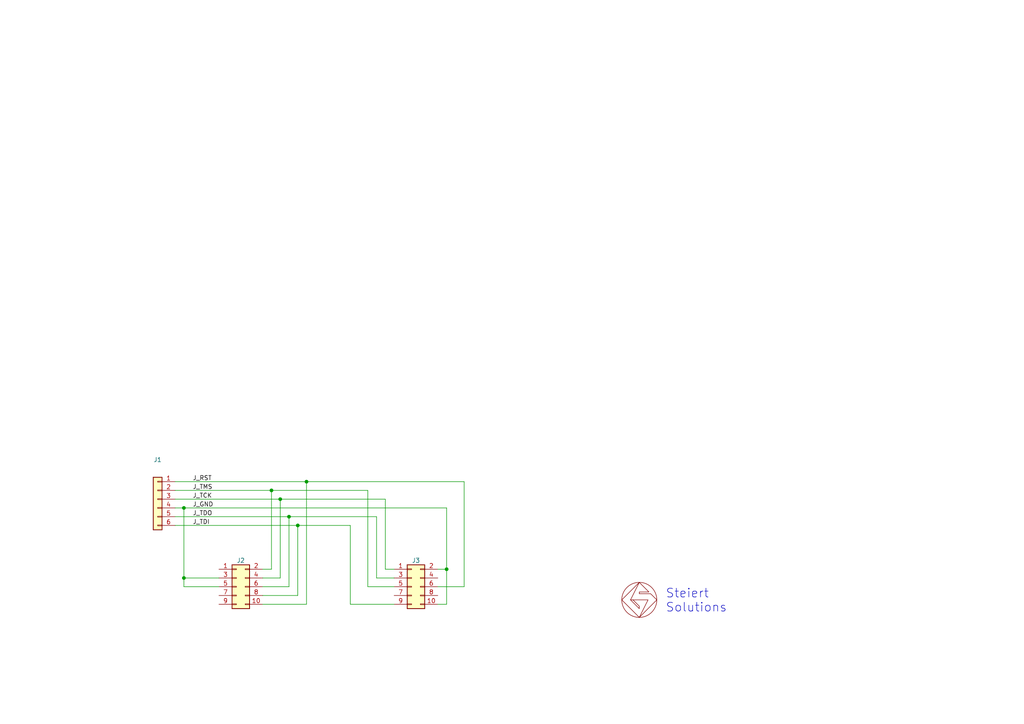
<source format=kicad_sch>
(kicad_sch (version 20230121) (generator eeschema)
  (paper "A4")
  (lib_symbols
    (symbol "Connector_Generic:Conn_01x06" (pin_names (offset 1.016) hide)
      (property "Reference" "J" (at 0 7.62 0))
      (property "Value" "Conn_01x06" (at 0 -10.16 0))
      (symbol "Conn_01x06_1_1"
        (rectangle (start -1.27 -7.493) (end 0 -7.747) (stroke (width 0.1524)))
        (rectangle (start -1.27 -4.953) (end 0 -5.207) (stroke (width 0.1524)))
        (rectangle (start -1.27 -2.413) (end 0 -2.667) (stroke (width 0.1524)))
        (rectangle (start -1.27 0.127) (end 0 -0.127) (stroke (width 0.1524)))
        (rectangle (start -1.27 2.667) (end 0 2.413) (stroke (width 0.1524)))
        (rectangle (start -1.27 5.207) (end 0 4.953) (stroke (width 0.1524)))
        (rectangle (start -1.27 6.35) (end 1.27 -8.89) (stroke (width 0.254)) (fill (type background)))
        (pin passive line (at -5.08 5.08 0) (length 3.81) (name "Pin_1") (number "1"))
        (pin passive line (at -5.08 2.54 0) (length 3.81) (name "Pin_2") (number "2"))
        (pin passive line (at -5.08 0 0) (length 3.81) (name "Pin_3") (number "3"))
        (pin passive line (at -5.08 -2.54 0) (length 3.81) (name "Pin_4") (number "4"))
        (pin passive line (at -5.08 -5.08 0) (length 3.81) (name "Pin_5") (number "5"))
        (pin passive line (at -5.08 -7.62 0) (length 3.81) (name "Pin_6") (number "6"))
      )
    )
    (symbol "Connector_Generic:Conn_02x05_Odd_Even" (pin_names (offset 1.016) hide)
      (property "Reference" "J" (at 1.27 7.62 0))
      (property "Value" "Conn_02x05_Odd_Even" (at 1.27 -7.62 0))
      (symbol "Conn_02x05_Odd_Even_1_1"
        (rectangle (start -1.27 -4.953) (end 0 -5.207) (stroke (width 0.1524)))
        (rectangle (start -1.27 -2.413) (end 0 -2.667) (stroke (width 0.1524)))
        (rectangle (start -1.27 0.127) (end 0 -0.127) (stroke (width 0.1524)))
        (rectangle (start -1.27 2.667) (end 0 2.413) (stroke (width 0.1524)))
        (rectangle (start -1.27 5.207) (end 0 4.953) (stroke (width 0.1524)))
        (rectangle (start -1.27 6.35) (end 3.81 -6.35) (stroke (width 0.254)) (fill (type background)))
        (rectangle (start 3.81 -4.953) (end 2.54 -5.207) (stroke (width 0.1524)))
        (rectangle (start 3.81 -2.413) (end 2.54 -2.667) (stroke (width 0.1524)))
        (rectangle (start 3.81 0.127) (end 2.54 -0.127) (stroke (width 0.1524)))
        (rectangle (start 3.81 2.667) (end 2.54 2.413) (stroke (width 0.1524)))
        (rectangle (start 3.81 5.207) (end 2.54 4.953) (stroke (width 0.1524)))
        (pin passive line (at -5.08 5.08 0) (length 3.81) (name "Pin_1") (number "1"))
        (pin passive line (at 7.62 -5.08 180) (length 3.81) (name "Pin_10") (number "10"))
        (pin passive line (at 7.62 5.08 180) (length 3.81) (name "Pin_2") (number "2"))
        (pin passive line (at -5.08 2.54 0) (length 3.81) (name "Pin_3") (number "3"))
        (pin passive line (at 7.62 2.54 180) (length 3.81) (name "Pin_4") (number "4"))
        (pin passive line (at -5.08 0 0) (length 3.81) (name "Pin_5") (number "5"))
        (pin passive line (at 7.62 0 180) (length 3.81) (name "Pin_6") (number "6"))
        (pin passive line (at -5.08 -2.54 0) (length 3.81) (name "Pin_7") (number "7"))
        (pin passive line (at 7.62 -2.54 180) (length 3.81) (name "Pin_8") (number "8"))
        (pin passive line (at -5.08 -5.08 0) (length 3.81) (name "Pin_9") (number "9"))
      )
    )
    (symbol "nfc-tst-rescue:GS_logo-custom" (pin_numbers hide) (pin_names (offset 0) hide)
      (symbol "GS_logo-custom_0_1"
        (polyline (pts (xy 0 -5.08) (xy 5.08 0)))
        (polyline (pts (xy -2.54 0) (xy 0 -2.54) (xy 0 -1.8288) (xy -1.8288 0)))
        (polyline (pts (xy 0 5.08) (xy -5.08 0) (xy 0 -5.08) (xy 2.54 0) (xy -2.54 0) (xy 0 5.08)))
        (polyline (pts (xy 5.08 0) (xy 3.302 1.778) (xy 0 1.778) (xy 0 2.286) (xy 2.794 2.286) (xy 0 5.08)))
        (circle (center 0 0) (radius 5.08))
      )
      (symbol "GS_logo-custom_1_1"
        (pin unspecified line (at 0 0 90) (length 0) hide (name "GS") (number "1"))
      )
    )
  )
  (junction (at 53.34 147.32))
  (junction (at 86.36 152.4))
  (junction (at 83.82 149.86))
  (junction (at 53.34 167.64))
  (junction (at 88.9 139.7))
  (junction (at 78.74 142.24))
  (junction (at 81.28 144.78))
  (junction (at 129.54 165.1))
  (wire (pts (xy 50.8 149.86) (xy 83.82 149.86)))
  (wire (pts (xy 109.22 167.64) (xy 109.22 149.86)))
  (wire (pts (xy 114.3 167.64) (xy 109.22 167.64)))
  (wire (pts (xy 114.3 170.18) (xy 106.68 170.18)))
  (wire (pts (xy 114.3 175.26) (xy 101.6 175.26)))
  (wire (pts (xy 50.8 139.7) (xy 88.9 139.7)))
  (wire (pts (xy 114.3 165.1) (xy 111.76 165.1)))
  (wire (pts (xy 129.54 175.26) (xy 129.54 165.1)))
  (wire (pts (xy 86.36 172.72) (xy 86.36 152.4)))
  (wire (pts (xy 109.22 149.86) (xy 83.82 149.86)))
  (wire (pts (xy 106.68 170.18) (xy 106.68 142.24)))
  (wire (pts (xy 129.54 165.1) (xy 129.54 147.32)))
  (wire (pts (xy 50.8 144.78) (xy 81.28 144.78)))
  (wire (pts (xy 101.6 152.4) (xy 86.36 152.4)))
  (wire (pts (xy 76.2 165.1) (xy 78.74 165.1)))
  (wire (pts (xy 50.8 142.24) (xy 78.74 142.24)))
  (wire (pts (xy 53.34 170.18) (xy 53.34 167.64)))
  (wire (pts (xy 53.34 147.32) (xy 129.54 147.32)))
  (wire (pts (xy 76.2 172.72) (xy 86.36 172.72)))
  (wire (pts (xy 53.34 167.64) (xy 63.5 167.64)))
  (wire (pts (xy 50.8 152.4) (xy 86.36 152.4)))
  (wire (pts (xy 134.62 139.7) (xy 88.9 139.7)))
  (wire (pts (xy 81.28 167.64) (xy 81.28 144.78)))
  (wire (pts (xy 83.82 170.18) (xy 83.82 149.86)))
  (wire (pts (xy 134.62 170.18) (xy 134.62 139.7)))
  (wire (pts (xy 127 165.1) (xy 129.54 165.1)))
  (wire (pts (xy 63.5 170.18) (xy 53.34 170.18)))
  (wire (pts (xy 78.74 165.1) (xy 78.74 142.24)))
  (wire (pts (xy 127 170.18) (xy 134.62 170.18)))
  (wire (pts (xy 127 175.26) (xy 129.54 175.26)))
  (wire (pts (xy 53.34 147.32) (xy 53.34 167.64)))
  (wire (pts (xy 101.6 175.26) (xy 101.6 152.4)))
  (wire (pts (xy 76.2 170.18) (xy 83.82 170.18)))
  (wire (pts (xy 88.9 175.26) (xy 88.9 139.7)))
  (wire (pts (xy 50.8 147.32) (xy 53.34 147.32)))
  (wire (pts (xy 111.76 165.1) (xy 111.76 144.78)))
  (wire (pts (xy 76.2 167.64) (xy 81.28 167.64)))
  (wire (pts (xy 76.2 175.26) (xy 88.9 175.26)))
  (wire (pts (xy 106.68 142.24) (xy 78.74 142.24)))
  (wire (pts (xy 111.76 144.78) (xy 81.28 144.78)))
  (text "Steiert\nSolutions" (at 193.04 177.8 0) (effects (font (size 2.54 2.54)) (justify left bottom)))
  (label "J_GND" (at 55.88 147.32 0))
  (label "J_TMS" (at 55.88 142.24 0))
  (label "J_TDO" (at 55.88 149.86 0))
  (label "J_TDI" (at 55.88 152.4 0))
  (label "J_RST" (at 55.88 139.7 0))
  (label "J_TCK" (at 55.88 144.78 0))
  (symbol (lib_id "nfc-tst-rescue:GS_logo-custom") (at 185.42 173.99 0) (unit 1) (on_board no)
    (property "Reference" "GS1" (effects hide))
    (property "Value" "GS_logo" (effects hide))
    (property "Footprint" "footprint:gs_logo_200mil" (effects hide))
  )
  (symbol (lib_id "Connector_Generic:Conn_01x06") (at 45.72 144.78 0) (mirror y) (unit 1)
    (property "Reference" "J1" (at 45.72 133.35 0))
    (property "Value" "Conn_01x06" (effects hide))
    (property "Footprint" "custom:Sidecar-6" (effects hide))
  )
  (symbol (lib_id "Connector_Generic:Conn_02x05_Odd_Even") (at 119.38 170.18 0) (unit 1)
    (property "Reference" "J3" (at 120.65 162.56 0))
    (property "Value" "Conn_02x05_Counter_Clockwise" (effects hide))
    (property "Footprint" "custom:BHR-10-VSG-SMT_2x05_P2.54mm_Vertical_SMD" (effects hide))
  )
  (symbol (lib_id "Connector_Generic:Conn_02x05_Odd_Even") (at 68.58 170.18 0) (unit 1)
    (property "Reference" "J2" (at 69.85 162.56 0))
    (property "Value" "Conn_02x05_Counter_Clockwise" (effects hide))
    (property "Footprint" "Connector_PinHeader_1.27mm:PinHeader_2x05_P1.27mm_Vertical_SMD" (effects hide))
  )
)
</source>
